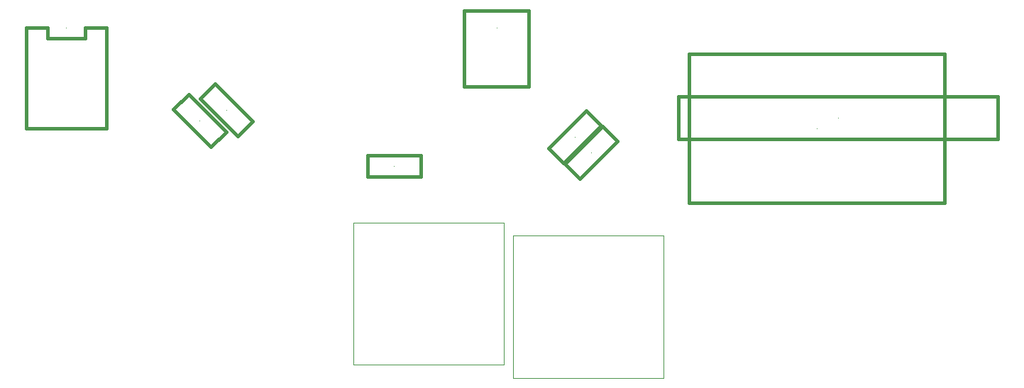
<source format=gbr>
%TF.GenerationSoftware,KiCad,Pcbnew,(6.0.5)*%
%TF.CreationDate,2022-05-21T18:26:57-06:00*%
%TF.ProjectId,ErgoDOX,4572676f-444f-4582-9e6b-696361645f70,rev?*%
%TF.SameCoordinates,Original*%
%TF.FileFunction,OtherDrawing,Comment*%
%FSLAX46Y46*%
G04 Gerber Fmt 4.6, Leading zero omitted, Abs format (unit mm)*
G04 Created by KiCad (PCBNEW (6.0.5)) date 2022-05-21 18:26:57*
%MOMM*%
%LPD*%
G01*
G04 APERTURE LIST*
%ADD10C,0.120000*%
%ADD11C,0.381000*%
%ADD12C,0.025400*%
G04 APERTURE END LIST*
D10*
%TO.C,SW5:10*%
X120540000Y-70730000D02*
X120540000Y-53730000D01*
X138540000Y-53730000D02*
X138540000Y-70730000D01*
X138540000Y-70730000D02*
X120540000Y-70730000D01*
X120540000Y-53730000D02*
X138540000Y-53730000D01*
%TO.C,SW5:11*%
X139590000Y-72327660D02*
X139590000Y-55327660D01*
X157590000Y-55327660D02*
X157590000Y-72327660D01*
X157590000Y-72327660D02*
X139590000Y-72327660D01*
X139590000Y-55327660D02*
X157590000Y-55327660D01*
D11*
%TO.C,RC1*%
X128587500Y-45720000D02*
X128587500Y-48260000D01*
D12*
X125412500Y-46990000D02*
X125412500Y-46990000D01*
D11*
X122237500Y-48260000D02*
X122237500Y-45720000D01*
X128587500Y-48260000D02*
X122237500Y-48260000D01*
X122237500Y-45720000D02*
X128587500Y-45720000D01*
%TO.C,RA1*%
X150254538Y-42259410D02*
X152050590Y-44055462D01*
X152050590Y-44055462D02*
X147560462Y-48545590D01*
X147560462Y-48545590D02*
X145764410Y-46749538D01*
D12*
X148907500Y-45402500D02*
X148907500Y-45402500D01*
D11*
X145764410Y-46749538D02*
X150254538Y-42259410D01*
%TO.C,RB1*%
X148349538Y-40354410D02*
X150145590Y-42150462D01*
X145655462Y-46640590D02*
X143859410Y-44844538D01*
X150145590Y-42150462D02*
X145655462Y-46640590D01*
D12*
X147002500Y-43497500D02*
X147002500Y-43497500D01*
D11*
X143859410Y-44844538D02*
X148349538Y-40354410D01*
%TO.C,R1*%
X104062962Y-37179410D02*
X108553090Y-41669538D01*
D12*
X105410000Y-40322500D02*
X105410000Y-40322500D01*
D11*
X102266910Y-38975462D02*
X104062962Y-37179410D01*
X106757038Y-43465590D02*
X102266910Y-38975462D01*
X108553090Y-41669538D02*
X106757038Y-43465590D01*
%TO.C,J2*%
X81508600Y-30480000D02*
X81508600Y-42545000D01*
X84061300Y-30480000D02*
X81508600Y-30480000D01*
X84061300Y-31775400D02*
X84061300Y-30480000D01*
X88557100Y-31775400D02*
X84061300Y-31775400D01*
X81508600Y-42545000D02*
X91109800Y-42545000D01*
X91109800Y-42545000D02*
X91109800Y-30480000D01*
X91109800Y-30480000D02*
X88557100Y-30480000D01*
D12*
X86309200Y-30480000D02*
X86309200Y-30480000D01*
D11*
X88557100Y-30480000D02*
X88557100Y-31775400D01*
%TO.C,R2*%
X100887962Y-38449410D02*
X105378090Y-42939538D01*
D12*
X102235000Y-41592500D02*
X102235000Y-41592500D01*
D11*
X103582038Y-44735590D02*
X99091910Y-40245462D01*
X105378090Y-42939538D02*
X103582038Y-44735590D01*
X99091910Y-40245462D02*
X100887962Y-38449410D01*
%TO.C,J1*%
X133791960Y-28481020D02*
X141493240Y-28481020D01*
X141493240Y-37480240D02*
X133791960Y-37480240D01*
D12*
X137642600Y-30480000D02*
X137642600Y-30480000D01*
D11*
X141493240Y-28481020D02*
X141493240Y-37480240D01*
X133791960Y-37480240D02*
X133791960Y-28481020D01*
%TO.C,U1*%
X191135000Y-33655000D02*
X160655000Y-33655000D01*
X160655000Y-51435000D02*
X191135000Y-51435000D01*
D12*
X175895000Y-42545000D02*
X175895000Y-42545000D01*
D11*
X191135000Y-51435000D02*
X191135000Y-33655000D01*
X160655000Y-33655000D02*
X160655000Y-51435000D01*
%TO.C,U2*%
X159385000Y-38735000D02*
X159385000Y-43815000D01*
X197485000Y-43815000D02*
X197485000Y-38735000D01*
X159385000Y-43815000D02*
X197485000Y-43815000D01*
X197485000Y-38735000D02*
X159385000Y-38735000D01*
D12*
X178435000Y-41275000D02*
X178435000Y-41275000D01*
%TD*%
M02*

</source>
